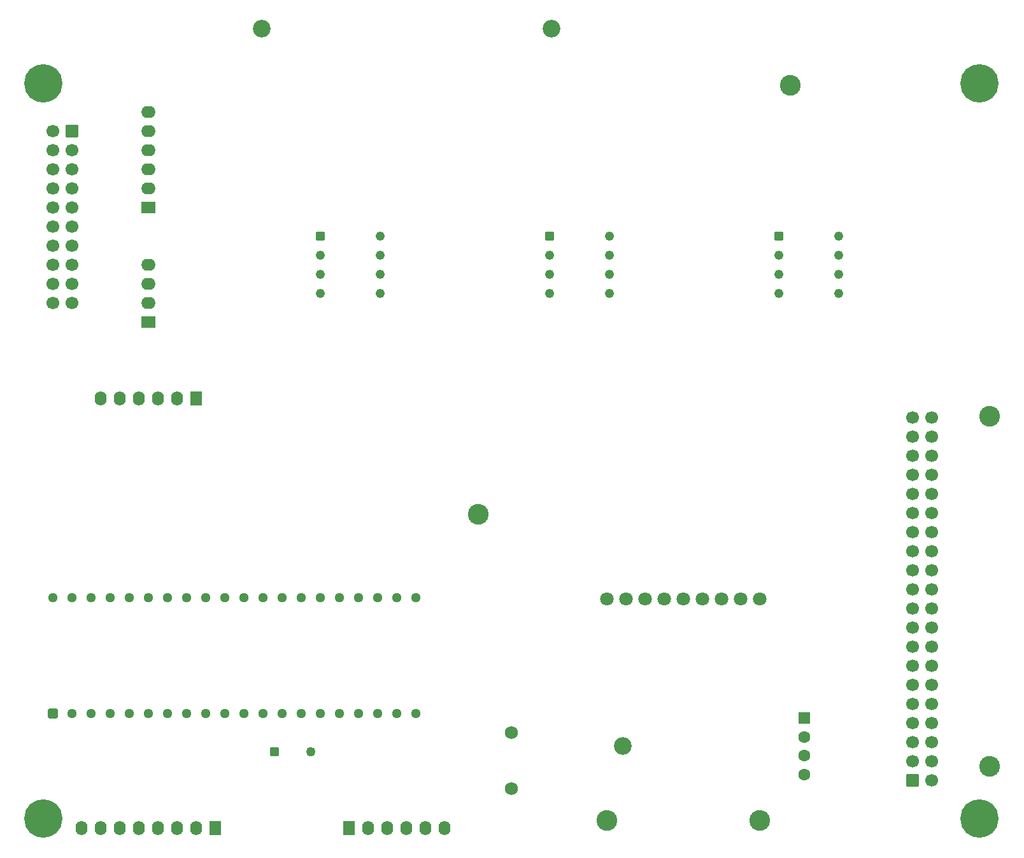
<source format=gbs>
G04*
G04 #@! TF.GenerationSoftware,Altium Limited,Altium Designer,24.0.1 (36)*
G04*
G04 Layer_Color=16711935*
%FSLAX25Y25*%
%MOIN*%
G70*
G04*
G04 #@! TF.SameCoordinates,6CE9B50B-F2D6-4DCE-9069-AC167603FEEC*
G04*
G04*
G04 #@! TF.FilePolarity,Negative*
G04*
G01*
G75*
G04:AMPARAMS|DCode=46|XSize=50.55mil|YSize=50.55mil|CornerRadius=6.63mil|HoleSize=0mil|Usage=FLASHONLY|Rotation=90.000|XOffset=0mil|YOffset=0mil|HoleType=Round|Shape=RoundedRectangle|*
%AMROUNDEDRECTD46*
21,1,0.05055,0.03729,0,0,90.0*
21,1,0.03729,0.05055,0,0,90.0*
1,1,0.01326,0.01865,0.01865*
1,1,0.01326,0.01865,-0.01865*
1,1,0.01326,-0.01865,-0.01865*
1,1,0.01326,-0.01865,0.01865*
%
%ADD46ROUNDEDRECTD46*%
%ADD47C,0.05055*%
G04:AMPARAMS|DCode=48|XSize=48.42mil|YSize=48.42mil|CornerRadius=6.42mil|HoleSize=0mil|Usage=FLASHONLY|Rotation=0.000|XOffset=0mil|YOffset=0mil|HoleType=Round|Shape=RoundedRectangle|*
%AMROUNDEDRECTD48*
21,1,0.04842,0.03559,0,0,0.0*
21,1,0.03559,0.04842,0,0,0.0*
1,1,0.01284,0.01780,-0.01780*
1,1,0.01284,-0.01780,-0.01780*
1,1,0.01284,-0.01780,0.01780*
1,1,0.01284,0.01780,0.01780*
%
%ADD48ROUNDEDRECTD48*%
%ADD49C,0.04842*%
%ADD50C,0.07087*%
%ADD51C,0.10843*%
G04:AMPARAMS|DCode=52|XSize=49.41mil|YSize=49.41mil|CornerRadius=6.52mil|HoleSize=0mil|Usage=FLASHONLY|Rotation=0.000|XOffset=0mil|YOffset=0mil|HoleType=Round|Shape=RoundedRectangle|*
%AMROUNDEDRECTD52*
21,1,0.04941,0.03638,0,0,0.0*
21,1,0.03638,0.04941,0,0,0.0*
1,1,0.01303,0.01819,-0.01819*
1,1,0.01303,-0.01819,-0.01819*
1,1,0.01303,-0.01819,0.01819*
1,1,0.01303,0.01819,0.01819*
%
%ADD52ROUNDEDRECTD52*%
%ADD53C,0.04941*%
G04:AMPARAMS|DCode=54|XSize=62.99mil|YSize=62.99mil|CornerRadius=7.87mil|HoleSize=0mil|Usage=FLASHONLY|Rotation=270.000|XOffset=0mil|YOffset=0mil|HoleType=Round|Shape=RoundedRectangle|*
%AMROUNDEDRECTD54*
21,1,0.06299,0.04724,0,0,270.0*
21,1,0.04724,0.06299,0,0,270.0*
1,1,0.01575,-0.02362,-0.02362*
1,1,0.01575,-0.02362,0.02362*
1,1,0.01575,0.02362,0.02362*
1,1,0.01575,0.02362,-0.02362*
%
%ADD54ROUNDEDRECTD54*%
%ADD55C,0.06299*%
%ADD56C,0.06906*%
%ADD57C,0.09268*%
%ADD58O,0.06299X0.07480*%
G04:AMPARAMS|DCode=59|XSize=62.99mil|YSize=74.8mil|CornerRadius=9.35mil|HoleSize=0mil|Usage=FLASHONLY|Rotation=0.000|XOffset=0mil|YOffset=0mil|HoleType=Round|Shape=RoundedRectangle|*
%AMROUNDEDRECTD59*
21,1,0.06299,0.05610,0,0,0.0*
21,1,0.04429,0.07480,0,0,0.0*
1,1,0.01870,0.02215,-0.02805*
1,1,0.01870,-0.02215,-0.02805*
1,1,0.01870,-0.02215,0.02805*
1,1,0.01870,0.02215,0.02805*
%
%ADD59ROUNDEDRECTD59*%
%ADD60C,0.06693*%
G04:AMPARAMS|DCode=61|XSize=66.93mil|YSize=66.93mil|CornerRadius=8.27mil|HoleSize=0mil|Usage=FLASHONLY|Rotation=270.000|XOffset=0mil|YOffset=0mil|HoleType=Round|Shape=RoundedRectangle|*
%AMROUNDEDRECTD61*
21,1,0.06693,0.05039,0,0,270.0*
21,1,0.05039,0.06693,0,0,270.0*
1,1,0.01654,-0.02520,-0.02520*
1,1,0.01654,-0.02520,0.02520*
1,1,0.01654,0.02520,0.02520*
1,1,0.01654,0.02520,-0.02520*
%
%ADD61ROUNDEDRECTD61*%
%ADD62O,0.07480X0.06299*%
G04:AMPARAMS|DCode=63|XSize=62.99mil|YSize=74.8mil|CornerRadius=7.87mil|HoleSize=0mil|Usage=FLASHONLY|Rotation=90.000|XOffset=0mil|YOffset=0mil|HoleType=Round|Shape=RoundedRectangle|*
%AMROUNDEDRECTD63*
21,1,0.06299,0.05906,0,0,90.0*
21,1,0.04724,0.07480,0,0,90.0*
1,1,0.01575,0.02953,0.02362*
1,1,0.01575,0.02953,-0.02362*
1,1,0.01575,-0.02953,-0.02362*
1,1,0.01575,-0.02953,0.02362*
%
%ADD63ROUNDEDRECTD63*%
%ADD64C,0.20079*%
D46*
X20000Y70000D02*
D03*
D47*
X30000D02*
D03*
X40000D02*
D03*
X50000D02*
D03*
X60000D02*
D03*
X70000D02*
D03*
X80000D02*
D03*
X90000D02*
D03*
X100000D02*
D03*
X110000D02*
D03*
X120000D02*
D03*
X130000D02*
D03*
X140000D02*
D03*
X150000D02*
D03*
X160000D02*
D03*
X170000D02*
D03*
X180000D02*
D03*
X190000D02*
D03*
X200000D02*
D03*
X210000D02*
D03*
Y130748D02*
D03*
X200000D02*
D03*
X190000D02*
D03*
X180000D02*
D03*
X170000D02*
D03*
X160000D02*
D03*
X150000D02*
D03*
X140000D02*
D03*
X130000D02*
D03*
X120000D02*
D03*
X110000D02*
D03*
X100000D02*
D03*
X90000D02*
D03*
X80000D02*
D03*
X70000D02*
D03*
X60000D02*
D03*
X50000D02*
D03*
X40000D02*
D03*
X30000D02*
D03*
X20000D02*
D03*
D48*
X160000Y320000D02*
D03*
X280000D02*
D03*
X400000D02*
D03*
D49*
X160000Y310000D02*
D03*
Y300000D02*
D03*
Y290000D02*
D03*
X191260D02*
D03*
Y300000D02*
D03*
Y310000D02*
D03*
Y320000D02*
D03*
X280000Y310000D02*
D03*
Y300000D02*
D03*
Y290000D02*
D03*
X311260D02*
D03*
Y300000D02*
D03*
Y310000D02*
D03*
Y320000D02*
D03*
X400000Y310000D02*
D03*
Y300000D02*
D03*
Y290000D02*
D03*
X431260D02*
D03*
Y300000D02*
D03*
Y310000D02*
D03*
Y320000D02*
D03*
D50*
X390000Y130000D02*
D03*
X380000D02*
D03*
X370000D02*
D03*
X360000D02*
D03*
X350000D02*
D03*
X340000D02*
D03*
X330000D02*
D03*
X320000D02*
D03*
X310000D02*
D03*
D51*
X390000Y14055D02*
D03*
X310000D02*
D03*
X242441Y174118D02*
D03*
X405857Y399036D02*
D03*
X510157Y42205D02*
D03*
X510157Y225669D02*
D03*
D52*
X135787Y50000D02*
D03*
D53*
X155000D02*
D03*
D54*
X413315Y67528D02*
D03*
D55*
Y57685D02*
D03*
Y47842D02*
D03*
Y38000D02*
D03*
D56*
X260000Y60000D02*
D03*
Y30472D02*
D03*
D57*
X318236Y52764D02*
D03*
X129173Y428445D02*
D03*
X280827D02*
D03*
D58*
X225000Y10000D02*
D03*
X215000D02*
D03*
X205000D02*
D03*
X195000D02*
D03*
X185000D02*
D03*
X45000Y235000D02*
D03*
X55000D02*
D03*
X65000D02*
D03*
X75000D02*
D03*
X85000D02*
D03*
X35000Y10000D02*
D03*
X45000D02*
D03*
X55000D02*
D03*
X65000D02*
D03*
X75000D02*
D03*
X85000D02*
D03*
X95000D02*
D03*
D59*
X175000D02*
D03*
X95000Y235000D02*
D03*
X105000Y10000D02*
D03*
D60*
X20000Y365000D02*
D03*
X30000D02*
D03*
X20000Y375000D02*
D03*
Y355000D02*
D03*
Y345000D02*
D03*
Y335000D02*
D03*
Y325000D02*
D03*
Y315000D02*
D03*
Y305000D02*
D03*
Y295000D02*
D03*
Y285000D02*
D03*
X30000Y355000D02*
D03*
Y345000D02*
D03*
Y335000D02*
D03*
Y325000D02*
D03*
Y315000D02*
D03*
Y305000D02*
D03*
Y295000D02*
D03*
Y285000D02*
D03*
X480000Y45000D02*
D03*
X470000D02*
D03*
X480000Y35000D02*
D03*
Y55000D02*
D03*
Y65000D02*
D03*
Y75000D02*
D03*
Y85000D02*
D03*
Y95000D02*
D03*
Y105000D02*
D03*
Y115000D02*
D03*
Y125000D02*
D03*
Y135000D02*
D03*
Y145000D02*
D03*
Y155000D02*
D03*
Y165000D02*
D03*
Y175000D02*
D03*
Y185000D02*
D03*
Y195000D02*
D03*
Y205000D02*
D03*
Y215000D02*
D03*
Y225000D02*
D03*
X470000Y55000D02*
D03*
Y65000D02*
D03*
Y75000D02*
D03*
Y85000D02*
D03*
Y95000D02*
D03*
Y105000D02*
D03*
Y115000D02*
D03*
Y125000D02*
D03*
Y135000D02*
D03*
Y145000D02*
D03*
Y155000D02*
D03*
Y165000D02*
D03*
Y175000D02*
D03*
Y185000D02*
D03*
Y195000D02*
D03*
Y205000D02*
D03*
Y215000D02*
D03*
Y225000D02*
D03*
D61*
X30000Y375000D02*
D03*
X470000Y35000D02*
D03*
D62*
X70000Y355000D02*
D03*
Y345000D02*
D03*
Y365000D02*
D03*
Y375000D02*
D03*
Y385000D02*
D03*
Y285000D02*
D03*
Y295000D02*
D03*
Y305000D02*
D03*
D63*
Y335000D02*
D03*
Y275000D02*
D03*
D64*
X505000Y400000D02*
D03*
Y15000D02*
D03*
X15000Y400000D02*
D03*
Y15000D02*
D03*
M02*

</source>
